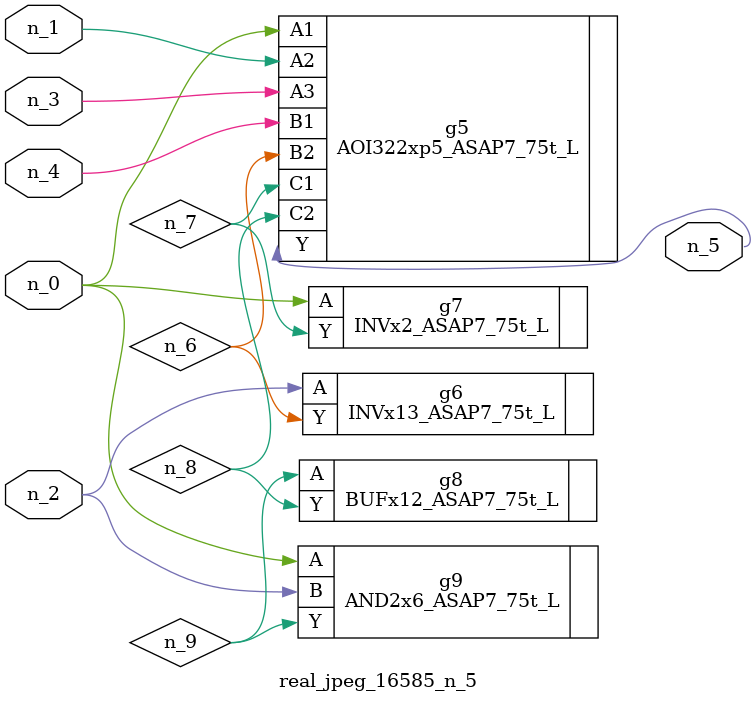
<source format=v>
module real_jpeg_16585_n_5 (n_4, n_0, n_1, n_2, n_3, n_5);

input n_4;
input n_0;
input n_1;
input n_2;
input n_3;

output n_5;

wire n_8;
wire n_6;
wire n_7;
wire n_9;

AOI322xp5_ASAP7_75t_L g5 ( 
.A1(n_0),
.A2(n_1),
.A3(n_3),
.B1(n_4),
.B2(n_6),
.C1(n_7),
.C2(n_8),
.Y(n_5)
);

INVx2_ASAP7_75t_L g7 ( 
.A(n_0),
.Y(n_7)
);

AND2x6_ASAP7_75t_L g9 ( 
.A(n_0),
.B(n_2),
.Y(n_9)
);

INVx13_ASAP7_75t_L g6 ( 
.A(n_2),
.Y(n_6)
);

BUFx12_ASAP7_75t_L g8 ( 
.A(n_9),
.Y(n_8)
);


endmodule
</source>
